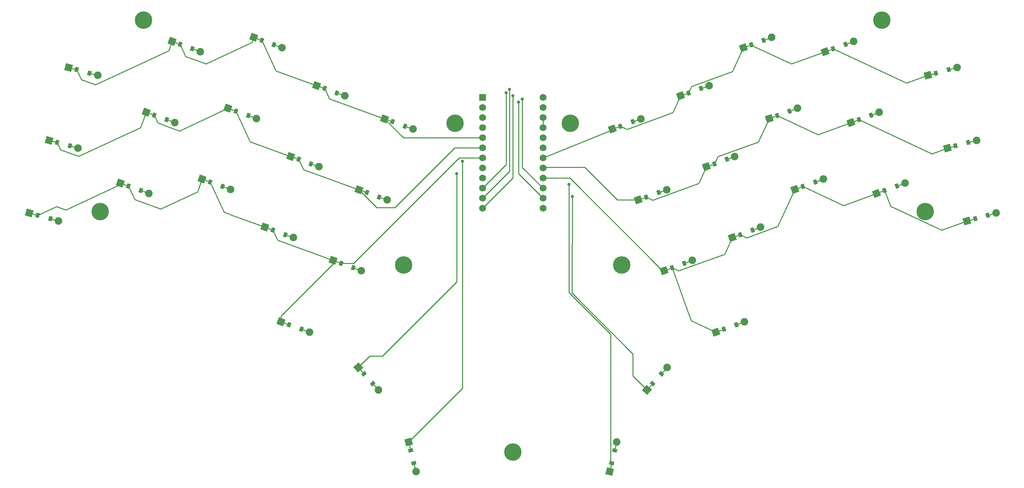
<source format=gbr>
%TF.GenerationSoftware,KiCad,Pcbnew,(6.0.10)*%
%TF.CreationDate,2024-09-29T17:33:22+02:00*%
%TF.ProjectId,blavinge,626c6176-696e-4676-952e-6b696361645f,v1.0.0*%
%TF.SameCoordinates,Original*%
%TF.FileFunction,Copper,L1,Top*%
%TF.FilePolarity,Positive*%
%FSLAX46Y46*%
G04 Gerber Fmt 4.6, Leading zero omitted, Abs format (unit mm)*
G04 Created by KiCad (PCBNEW (6.0.10)) date 2024-09-29 17:33:22*
%MOMM*%
%LPD*%
G01*
G04 APERTURE LIST*
G04 Aperture macros list*
%AMRotRect*
0 Rectangle, with rotation*
0 The origin of the aperture is its center*
0 $1 length*
0 $2 width*
0 $3 Rotation angle, in degrees counterclockwise*
0 Add horizontal line*
21,1,$1,$2,0,0,$3*%
G04 Aperture macros list end*
%TA.AperFunction,SMDPad,CuDef*%
%ADD10RotRect,0.900000X1.200000X345.000000*%
%TD*%
%TA.AperFunction,ComponentPad*%
%ADD11RotRect,1.778000X1.778000X345.000000*%
%TD*%
%TA.AperFunction,ComponentPad*%
%ADD12C,1.905000*%
%TD*%
%TA.AperFunction,SMDPad,CuDef*%
%ADD13RotRect,0.900000X1.200000X340.000000*%
%TD*%
%TA.AperFunction,ComponentPad*%
%ADD14RotRect,1.778000X1.778000X340.000000*%
%TD*%
%TA.AperFunction,SMDPad,CuDef*%
%ADD15RotRect,0.900000X1.200000X312.000000*%
%TD*%
%TA.AperFunction,ComponentPad*%
%ADD16RotRect,1.778000X1.778000X312.000000*%
%TD*%
%TA.AperFunction,SMDPad,CuDef*%
%ADD17RotRect,0.900000X1.200000X284.000000*%
%TD*%
%TA.AperFunction,ComponentPad*%
%ADD18RotRect,1.778000X1.778000X284.000000*%
%TD*%
%TA.AperFunction,SMDPad,CuDef*%
%ADD19RotRect,0.900000X1.200000X15.000000*%
%TD*%
%TA.AperFunction,ComponentPad*%
%ADD20RotRect,1.778000X1.778000X15.000000*%
%TD*%
%TA.AperFunction,SMDPad,CuDef*%
%ADD21RotRect,0.900000X1.200000X20.000000*%
%TD*%
%TA.AperFunction,ComponentPad*%
%ADD22RotRect,1.778000X1.778000X20.000000*%
%TD*%
%TA.AperFunction,SMDPad,CuDef*%
%ADD23RotRect,0.900000X1.200000X48.000000*%
%TD*%
%TA.AperFunction,ComponentPad*%
%ADD24RotRect,1.778000X1.778000X48.000000*%
%TD*%
%TA.AperFunction,SMDPad,CuDef*%
%ADD25RotRect,0.900000X1.200000X76.000000*%
%TD*%
%TA.AperFunction,ComponentPad*%
%ADD26RotRect,1.778000X1.778000X76.000000*%
%TD*%
%TA.AperFunction,ComponentPad*%
%ADD27R,1.752600X1.752600*%
%TD*%
%TA.AperFunction,ComponentPad*%
%ADD28C,1.752600*%
%TD*%
%TA.AperFunction,ComponentPad*%
%ADD29C,0.700000*%
%TD*%
%TA.AperFunction,ComponentPad*%
%ADD30C,4.400000*%
%TD*%
%TA.AperFunction,ViaPad*%
%ADD31C,0.800000*%
%TD*%
%TA.AperFunction,Conductor*%
%ADD32C,0.250000*%
%TD*%
G04 APERTURE END LIST*
D10*
%TO.P,D1,1*%
%TO.N,P19*%
X45853378Y-138499937D03*
%TO.P,D1,2*%
%TO.N,pinky_bottom*%
X49040934Y-139354039D03*
D11*
%TO.P,D1,1*%
%TO.N,P19*%
X43766979Y-137940887D03*
D12*
%TO.P,D1,2*%
%TO.N,pinky_bottom*%
X51127333Y-139913089D03*
%TD*%
D10*
%TO.P,D2,1*%
%TO.N,P20*%
X50770946Y-120147351D03*
%TO.P,D2,2*%
%TO.N,pinky_home*%
X53958502Y-121001453D03*
D11*
%TO.P,D2,1*%
%TO.N,P20*%
X48684547Y-119588301D03*
D12*
%TO.P,D2,2*%
%TO.N,pinky_home*%
X56044901Y-121560503D03*
%TD*%
D10*
%TO.P,D3,1*%
%TO.N,P21*%
X55688503Y-101794764D03*
%TO.P,D3,2*%
%TO.N,pinky_top*%
X58876059Y-102648866D03*
D11*
%TO.P,D3,1*%
%TO.N,P21*%
X53602104Y-101235714D03*
D12*
%TO.P,D3,2*%
%TO.N,pinky_top*%
X60962458Y-103207916D03*
%TD*%
D13*
%TO.P,D4,1*%
%TO.N,P19*%
X68722747Y-131122925D03*
%TO.P,D4,2*%
%TO.N,ring_bottom*%
X71823733Y-132251591D03*
D14*
%TO.P,D4,1*%
%TO.N,P19*%
X66693011Y-130384161D03*
D12*
%TO.P,D4,2*%
%TO.N,ring_bottom*%
X73853469Y-132990355D03*
%TD*%
D13*
%TO.P,D5,1*%
%TO.N,P20*%
X75221124Y-113268772D03*
%TO.P,D5,2*%
%TO.N,ring_home*%
X78322110Y-114397438D03*
D14*
%TO.P,D5,1*%
%TO.N,P20*%
X73191388Y-112530008D03*
D12*
%TO.P,D5,2*%
%TO.N,ring_home*%
X80351846Y-115136202D03*
%TD*%
D13*
%TO.P,D6,1*%
%TO.N,P21*%
X81719513Y-95414607D03*
%TO.P,D6,2*%
%TO.N,ring_top*%
X84820499Y-96543273D03*
D14*
%TO.P,D6,1*%
%TO.N,P21*%
X79689777Y-94675843D03*
D12*
%TO.P,D6,2*%
%TO.N,ring_top*%
X86850235Y-97282037D03*
%TD*%
D13*
%TO.P,D7,1*%
%TO.N,P19*%
X89313061Y-130103773D03*
%TO.P,D7,2*%
%TO.N,middle_bottom*%
X92414047Y-131232439D03*
D14*
%TO.P,D7,1*%
%TO.N,P19*%
X87283325Y-129365009D03*
D12*
%TO.P,D7,2*%
%TO.N,middle_bottom*%
X94443783Y-131971203D03*
%TD*%
D13*
%TO.P,D8,1*%
%TO.N,P20*%
X95811445Y-112249603D03*
%TO.P,D8,2*%
%TO.N,middle_home*%
X98912431Y-113378269D03*
D14*
%TO.P,D8,1*%
%TO.N,P20*%
X93781709Y-111510839D03*
D12*
%TO.P,D8,2*%
%TO.N,middle_home*%
X100942167Y-114117033D03*
%TD*%
D13*
%TO.P,D9,1*%
%TO.N,P21*%
X102309831Y-94395458D03*
%TO.P,D9,2*%
%TO.N,middle_top*%
X105410817Y-95524124D03*
D14*
%TO.P,D9,1*%
%TO.N,P21*%
X100280095Y-93656694D03*
D12*
%TO.P,D9,2*%
%TO.N,middle_top*%
X107440553Y-96262888D03*
%TD*%
D13*
%TO.P,D10,1*%
%TO.N,P19*%
X105115091Y-142240316D03*
%TO.P,D10,2*%
%TO.N,index_bottom*%
X108216077Y-143368982D03*
D14*
%TO.P,D10,1*%
%TO.N,P19*%
X103085355Y-141501552D03*
D12*
%TO.P,D10,2*%
%TO.N,index_bottom*%
X110245813Y-144107746D03*
%TD*%
D13*
%TO.P,D11,1*%
%TO.N,P20*%
X111613480Y-124386152D03*
%TO.P,D11,2*%
%TO.N,index_home*%
X114714466Y-125514818D03*
D14*
%TO.P,D11,1*%
%TO.N,P20*%
X109583744Y-123647388D03*
D12*
%TO.P,D11,2*%
%TO.N,index_home*%
X116744202Y-126253582D03*
%TD*%
D13*
%TO.P,D12,1*%
%TO.N,P21*%
X118111863Y-106531992D03*
%TO.P,D12,2*%
%TO.N,index_top*%
X121212849Y-107660658D03*
D14*
%TO.P,D12,1*%
%TO.N,P21*%
X116082127Y-105793228D03*
D12*
%TO.P,D12,2*%
%TO.N,index_top*%
X123242585Y-108399422D03*
%TD*%
D13*
%TO.P,D13,1*%
%TO.N,P19*%
X122285213Y-150618096D03*
%TO.P,D13,2*%
%TO.N,inner_bottom*%
X125386199Y-151746762D03*
D14*
%TO.P,D13,1*%
%TO.N,P19*%
X120255477Y-149879332D03*
D12*
%TO.P,D13,2*%
%TO.N,inner_bottom*%
X127415935Y-152485526D03*
%TD*%
D13*
%TO.P,D14,1*%
%TO.N,P20*%
X128783610Y-132763925D03*
%TO.P,D14,2*%
%TO.N,inner_home*%
X131884596Y-133892591D03*
D14*
%TO.P,D14,1*%
%TO.N,P20*%
X126753874Y-132025161D03*
D12*
%TO.P,D14,2*%
%TO.N,inner_home*%
X133914332Y-134631355D03*
%TD*%
D13*
%TO.P,D15,1*%
%TO.N,P21*%
X135281974Y-114909767D03*
%TO.P,D15,2*%
%TO.N,inner_top*%
X138382960Y-116038433D03*
D14*
%TO.P,D15,1*%
%TO.N,P21*%
X133252238Y-114171003D03*
D12*
%TO.P,D15,2*%
%TO.N,inner_top*%
X140412696Y-116777197D03*
%TD*%
D13*
%TO.P,D16,1*%
%TO.N,P19*%
X109208987Y-166078118D03*
%TO.P,D16,2*%
%TO.N,near_thumb*%
X112309973Y-167206784D03*
D14*
%TO.P,D16,1*%
%TO.N,P19*%
X107179251Y-165339354D03*
D12*
%TO.P,D16,2*%
%TO.N,near_thumb*%
X114339709Y-167945548D03*
%TD*%
D15*
%TO.P,D17,1*%
%TO.N,P20*%
X128049287Y-178479649D03*
%TO.P,D17,2*%
%TO.N,home_thumb*%
X130257419Y-180932027D03*
D16*
%TO.P,D17,1*%
%TO.N,P20*%
X126603965Y-176874456D03*
D12*
%TO.P,D17,2*%
%TO.N,home_thumb*%
X131702741Y-182537220D03*
%TD*%
D17*
%TO.P,D18,1*%
%TO.N,P21*%
X139823316Y-197763433D03*
%TO.P,D18,2*%
%TO.N,far_thumb*%
X140621658Y-200965409D03*
D18*
%TO.P,D18,1*%
%TO.N,P21*%
X139300765Y-195667594D03*
D12*
%TO.P,D18,2*%
%TO.N,far_thumb*%
X141144209Y-203061248D03*
%TD*%
D19*
%TO.P,D19,1*%
%TO.N,P6*%
X282029685Y-139354037D03*
%TO.P,D19,2*%
%TO.N,mirror_pinky_bottom*%
X285217241Y-138499935D03*
D20*
%TO.P,D19,1*%
%TO.N,P6*%
X279943286Y-139913087D03*
D12*
%TO.P,D19,2*%
%TO.N,mirror_pinky_bottom*%
X287303640Y-137940885D03*
%TD*%
D19*
%TO.P,D20,1*%
%TO.N,P5*%
X277112123Y-121001455D03*
%TO.P,D20,2*%
%TO.N,mirror_pinky_home*%
X280299679Y-120147353D03*
D20*
%TO.P,D20,1*%
%TO.N,P5*%
X275025724Y-121560505D03*
D12*
%TO.P,D20,2*%
%TO.N,mirror_pinky_home*%
X282386078Y-119588303D03*
%TD*%
D19*
%TO.P,D21,1*%
%TO.N,P4*%
X272194540Y-102648867D03*
%TO.P,D21,2*%
%TO.N,mirror_pinky_top*%
X275382096Y-101794765D03*
D20*
%TO.P,D21,1*%
%TO.N,P4*%
X270108141Y-103207917D03*
D12*
%TO.P,D21,2*%
%TO.N,mirror_pinky_top*%
X277468495Y-101235715D03*
%TD*%
D21*
%TO.P,D22,1*%
%TO.N,P6*%
X259246886Y-132251617D03*
%TO.P,D22,2*%
%TO.N,mirror_ring_bottom*%
X262347872Y-131122951D03*
D22*
%TO.P,D22,1*%
%TO.N,P6*%
X257217150Y-132990381D03*
D12*
%TO.P,D22,2*%
%TO.N,mirror_ring_bottom*%
X264377608Y-130384187D03*
%TD*%
D21*
%TO.P,D23,1*%
%TO.N,P5*%
X252748506Y-114397441D03*
%TO.P,D23,2*%
%TO.N,mirror_ring_home*%
X255849492Y-113268775D03*
D22*
%TO.P,D23,1*%
%TO.N,P5*%
X250718770Y-115136205D03*
D12*
%TO.P,D23,2*%
%TO.N,mirror_ring_home*%
X257879228Y-112530011D03*
%TD*%
D21*
%TO.P,D24,1*%
%TO.N,P4*%
X246250118Y-96543290D03*
%TO.P,D24,2*%
%TO.N,mirror_ring_top*%
X249351104Y-95414624D03*
D22*
%TO.P,D24,1*%
%TO.N,P4*%
X244220382Y-97282054D03*
D12*
%TO.P,D24,2*%
%TO.N,mirror_ring_top*%
X251380840Y-94675860D03*
%TD*%
D21*
%TO.P,D25,1*%
%TO.N,P6*%
X238656555Y-131232452D03*
%TO.P,D25,2*%
%TO.N,mirror_middle_bottom*%
X241757541Y-130103786D03*
D22*
%TO.P,D25,1*%
%TO.N,P6*%
X236626819Y-131971216D03*
D12*
%TO.P,D25,2*%
%TO.N,mirror_middle_bottom*%
X243787277Y-129365022D03*
%TD*%
D21*
%TO.P,D26,1*%
%TO.N,P5*%
X232158174Y-113378280D03*
%TO.P,D26,2*%
%TO.N,mirror_middle_home*%
X235259160Y-112249614D03*
D22*
%TO.P,D26,1*%
%TO.N,P5*%
X230128438Y-114117044D03*
D12*
%TO.P,D26,2*%
%TO.N,mirror_middle_home*%
X237288896Y-111510850D03*
%TD*%
D21*
%TO.P,D27,1*%
%TO.N,P4*%
X225659811Y-95524126D03*
%TO.P,D27,2*%
%TO.N,mirror_middle_top*%
X228760797Y-94395460D03*
D22*
%TO.P,D27,1*%
%TO.N,P4*%
X223630075Y-96262890D03*
D12*
%TO.P,D27,2*%
%TO.N,mirror_middle_top*%
X230790533Y-93656696D03*
%TD*%
D21*
%TO.P,D28,1*%
%TO.N,P6*%
X222854528Y-143368983D03*
%TO.P,D28,2*%
%TO.N,mirror_index_bottom*%
X225955514Y-142240317D03*
D22*
%TO.P,D28,1*%
%TO.N,P6*%
X220824792Y-144107747D03*
D12*
%TO.P,D28,2*%
%TO.N,mirror_index_bottom*%
X227985250Y-141501553D03*
%TD*%
D21*
%TO.P,D29,1*%
%TO.N,P5*%
X216356140Y-125514827D03*
%TO.P,D29,2*%
%TO.N,mirror_index_home*%
X219457126Y-124386161D03*
D22*
%TO.P,D29,1*%
%TO.N,P5*%
X214326404Y-126253591D03*
D12*
%TO.P,D29,2*%
%TO.N,mirror_index_home*%
X221486862Y-123647397D03*
%TD*%
D21*
%TO.P,D30,1*%
%TO.N,P4*%
X209857771Y-107660658D03*
%TO.P,D30,2*%
%TO.N,mirror_index_top*%
X212958757Y-106531992D03*
D22*
%TO.P,D30,1*%
%TO.N,P4*%
X207828035Y-108399422D03*
D12*
%TO.P,D30,2*%
%TO.N,mirror_index_top*%
X214988493Y-105793228D03*
%TD*%
D21*
%TO.P,D31,1*%
%TO.N,P6*%
X205684415Y-151746738D03*
%TO.P,D31,2*%
%TO.N,mirror_inner_bottom*%
X208785401Y-150618072D03*
D22*
%TO.P,D31,1*%
%TO.N,P6*%
X203654679Y-152485502D03*
D12*
%TO.P,D31,2*%
%TO.N,mirror_inner_bottom*%
X210815137Y-149879308D03*
%TD*%
D21*
%TO.P,D32,1*%
%TO.N,P5*%
X199186020Y-133892598D03*
%TO.P,D32,2*%
%TO.N,mirror_inner_home*%
X202287006Y-132763932D03*
D22*
%TO.P,D32,1*%
%TO.N,P5*%
X197156284Y-134631362D03*
D12*
%TO.P,D32,2*%
%TO.N,mirror_inner_home*%
X204316742Y-132025168D03*
%TD*%
D21*
%TO.P,D33,1*%
%TO.N,P4*%
X192687639Y-116038433D03*
%TO.P,D33,2*%
%TO.N,mirror_inner_top*%
X195788625Y-114909767D03*
D22*
%TO.P,D33,1*%
%TO.N,P4*%
X190657903Y-116777197D03*
D12*
%TO.P,D33,2*%
%TO.N,mirror_inner_top*%
X197818361Y-114171003D03*
%TD*%
D21*
%TO.P,D34,1*%
%TO.N,P6*%
X218760652Y-167206777D03*
%TO.P,D34,2*%
%TO.N,mirror_near_thumb*%
X221861638Y-166078111D03*
D22*
%TO.P,D34,1*%
%TO.N,P6*%
X216730916Y-167945541D03*
D12*
%TO.P,D34,2*%
%TO.N,mirror_near_thumb*%
X223891374Y-165339347D03*
%TD*%
D23*
%TO.P,D35,1*%
%TO.N,P5*%
X200813204Y-180932018D03*
%TO.P,D35,2*%
%TO.N,mirror_home_thumb*%
X203021336Y-178479640D03*
D24*
%TO.P,D35,1*%
%TO.N,P5*%
X199367882Y-182537211D03*
D12*
%TO.P,D35,2*%
%TO.N,mirror_home_thumb*%
X204466658Y-176874447D03*
%TD*%
D25*
%TO.P,D36,1*%
%TO.N,P4*%
X190448961Y-200965415D03*
%TO.P,D36,2*%
%TO.N,mirror_far_thumb*%
X191247303Y-197763439D03*
D26*
%TO.P,D36,1*%
%TO.N,P4*%
X189926410Y-203061254D03*
D12*
%TO.P,D36,2*%
%TO.N,mirror_far_thumb*%
X191769854Y-195667600D03*
%TD*%
D27*
%TO.P,MCU1,1*%
%TO.N,RAW*%
X157915311Y-108805644D03*
D28*
%TO.P,MCU1,2*%
%TO.N,GND*%
X157915311Y-111345644D03*
%TO.P,MCU1,3*%
%TO.N,RST*%
X157915311Y-113885644D03*
%TO.P,MCU1,4*%
%TO.N,VCC*%
X157915311Y-116425644D03*
%TO.P,MCU1,5*%
%TO.N,P21*%
X157915311Y-118965644D03*
%TO.P,MCU1,6*%
%TO.N,P20*%
X157915311Y-121505644D03*
%TO.P,MCU1,7*%
%TO.N,P19*%
X157915311Y-124045644D03*
%TO.P,MCU1,8*%
%TO.N,P18*%
X157915311Y-126585644D03*
%TO.P,MCU1,9*%
%TO.N,P15*%
X157915311Y-129125644D03*
%TO.P,MCU1,10*%
%TO.N,P14*%
X157915311Y-131665644D03*
%TO.P,MCU1,11*%
%TO.N,P16*%
X157915311Y-134205644D03*
%TO.P,MCU1,12*%
%TO.N,P10*%
X157915311Y-136745644D03*
%TO.P,MCU1,13*%
%TO.N,P1*%
X173155311Y-108805644D03*
%TO.P,MCU1,14*%
%TO.N,P0*%
X173155311Y-111345644D03*
%TO.P,MCU1,15*%
%TO.N,GND*%
X173155311Y-113885644D03*
%TO.P,MCU1,16*%
X173155311Y-116425644D03*
%TO.P,MCU1,17*%
%TO.N,P2*%
X173155311Y-118965644D03*
%TO.P,MCU1,18*%
%TO.N,P3*%
X173155311Y-121505644D03*
%TO.P,MCU1,19*%
%TO.N,P4*%
X173155311Y-124045644D03*
%TO.P,MCU1,20*%
%TO.N,P5*%
X173155311Y-126585644D03*
%TO.P,MCU1,21*%
%TO.N,P6*%
X173155311Y-129125644D03*
%TO.P,MCU1,22*%
%TO.N,P7*%
X173155311Y-131665644D03*
%TO.P,MCU1,23*%
%TO.N,P8*%
X173155311Y-134205644D03*
%TO.P,MCU1,24*%
%TO.N,P9*%
X173155311Y-136745644D03*
%TD*%
D29*
%TO.P,_1,1*%
%TO.N,N/C*%
X73363461Y-90760097D03*
D30*
X72538461Y-89331155D03*
D29*
X72111410Y-90924933D03*
X73967403Y-88506155D03*
X70944683Y-88904104D03*
X71713461Y-87902213D03*
X71109519Y-90156155D03*
X74132239Y-89758206D03*
X72965512Y-87737377D03*
%TD*%
%TO.P,_2,1*%
%TO.N,N/C*%
X259961085Y-90156161D03*
D30*
X258532143Y-89331161D03*
D29*
X258959194Y-90924939D03*
X259357143Y-87902219D03*
X256938365Y-89758212D03*
X257103201Y-88506161D03*
X257707143Y-90760103D03*
X260125921Y-88904110D03*
X258105092Y-87737383D03*
%TD*%
%TO.P,_3,1*%
%TO.N,N/C*%
X62413071Y-138968616D03*
D30*
X61588071Y-137539674D03*
D29*
X61161020Y-139133452D03*
X63017013Y-136714674D03*
X59994293Y-137112623D03*
X60763071Y-136110732D03*
X60159129Y-138364674D03*
X63181849Y-137966725D03*
X62015122Y-135945896D03*
%TD*%
%TO.P,_4,1*%
%TO.N,N/C*%
X270911492Y-138364657D03*
D30*
X269482550Y-137539657D03*
D29*
X269909601Y-139133435D03*
X270307550Y-136110715D03*
X267888772Y-137966708D03*
X268053608Y-136714657D03*
X268657550Y-138968599D03*
X271076328Y-137112606D03*
X269055499Y-135945879D03*
%TD*%
%TO.P,_5,1*%
%TO.N,N/C*%
X151737802Y-116819905D03*
D30*
X151040482Y-115324497D03*
D29*
X150476149Y-116874990D03*
X152535890Y-114627177D03*
X149489989Y-114760164D03*
X150343162Y-113829089D03*
X149545074Y-116021817D03*
X152590975Y-115888830D03*
X151604815Y-113774004D03*
%TD*%
%TO.P,_6,1*%
%TO.N,N/C*%
X181525540Y-116021810D03*
D30*
X180030132Y-115324490D03*
D29*
X180594465Y-116874983D03*
X180727452Y-113829082D03*
X178479639Y-115888823D03*
X178534724Y-114627170D03*
X179332812Y-116819898D03*
X181580625Y-114760157D03*
X179465799Y-113773997D03*
%TD*%
%TO.P,_7,1*%
%TO.N,N/C*%
X138741052Y-152528246D03*
D30*
X138043732Y-151032838D03*
D29*
X137479399Y-152583331D03*
X139539140Y-150335518D03*
X136493239Y-150468505D03*
X137346412Y-149537430D03*
X136548324Y-151730158D03*
X139594225Y-151597171D03*
X138608065Y-149482345D03*
%TD*%
%TO.P,_8,1*%
%TO.N,N/C*%
X194522296Y-151730138D03*
D30*
X193026888Y-151032818D03*
D29*
X193591221Y-152583311D03*
X193724208Y-149537410D03*
X191476395Y-151597151D03*
X191531480Y-150335498D03*
X192329568Y-152528226D03*
X194577381Y-150468485D03*
X192462555Y-149482325D03*
%TD*%
%TO.P,_9,1*%
%TO.N,N/C*%
X166702034Y-199321539D03*
D30*
X165535308Y-198154813D03*
D29*
X165535308Y-199804813D03*
X166702034Y-196988087D03*
X163885308Y-198154813D03*
X164368582Y-196988087D03*
X164368582Y-199321539D03*
X167185308Y-198154813D03*
X165535308Y-196504813D03*
%TD*%
D31*
%TO.N,P20*%
X151400000Y-128000000D03*
%TO.N,P21*%
X152900000Y-124900000D03*
%TO.N,P4*%
X179700000Y-130734869D03*
%TO.N,P5*%
X180553830Y-133726915D03*
%TO.N,P16*%
X164751395Y-106772762D03*
%TO.N,P14*%
X163851405Y-107572761D03*
%TO.N,P10*%
X165551403Y-108372760D03*
%TO.N,P7*%
X167951396Y-109172749D03*
%TO.N,P8*%
X166985573Y-110006936D03*
%TD*%
D32*
%TO.N,P19*%
X120255477Y-150807978D02*
X120255477Y-149879332D01*
X107179251Y-165339354D02*
X107179251Y-163884204D01*
X107179251Y-163884204D02*
X120255477Y-150807978D01*
%TO.N,P21*%
X152900000Y-124900000D02*
X152900000Y-182068359D01*
X152900000Y-182068359D02*
X139300765Y-195667594D01*
%TO.N,P20*%
X151400000Y-155288132D02*
X151400000Y-128000000D01*
X132696848Y-173991284D02*
X151400000Y-155288132D01*
X129487137Y-173991284D02*
X132696848Y-173991284D01*
X126603965Y-176874456D02*
X129487137Y-173991284D01*
%TO.N,P4*%
X190231261Y-168466752D02*
X190231261Y-200747715D01*
X179700000Y-157935491D02*
X190231261Y-168466752D01*
X190231261Y-200747715D02*
X190448961Y-200965415D01*
X179700000Y-130734869D02*
X179700000Y-157935491D01*
%TO.N,P6*%
X179074352Y-129125644D02*
X173155311Y-129125644D01*
X179074354Y-129125646D02*
X179074352Y-129125644D01*
X179074354Y-129125646D02*
X179921694Y-129125646D01*
X173155312Y-129125647D02*
X179074354Y-129125646D01*
%TO.N,P5*%
X180500000Y-158099095D02*
X180553830Y-133726915D01*
X195832653Y-173431748D02*
X180500000Y-158099095D01*
X195832653Y-179001982D02*
X195832653Y-173431748D01*
X199367882Y-182537211D02*
X195832653Y-179001982D01*
%TO.N,P6*%
X209635328Y-162594726D02*
X210530522Y-165054251D01*
X210530522Y-165054251D02*
X216730917Y-167945542D01*
X209632236Y-162593281D02*
X209635328Y-162594726D01*
X205684414Y-151746739D02*
X209632236Y-162593281D01*
%TO.N,P19*%
X151987754Y-124045632D02*
X157915315Y-124045631D01*
X125415290Y-150618094D02*
X151987754Y-124045632D01*
X122285220Y-150618090D02*
X122285208Y-150618094D01*
X122285208Y-150618094D02*
X125415290Y-150618094D01*
X120255491Y-149879331D02*
X122285220Y-150618090D01*
%TO.N,P20*%
X150927758Y-121505627D02*
X157915307Y-121505627D01*
X131301463Y-136572762D02*
X135860629Y-136572761D01*
X126753866Y-132025168D02*
X131301463Y-136572762D01*
X135860629Y-136572761D02*
X150927758Y-121505627D01*
%TO.N,P6*%
X203281549Y-152485496D02*
X203654677Y-152485502D01*
X179921694Y-129125646D02*
X203281549Y-152485496D01*
%TO.N,P5*%
X191908510Y-134631362D02*
X197156283Y-134631360D01*
X183705268Y-126428118D02*
X191908510Y-134631362D01*
X173312843Y-126428119D02*
X183705268Y-126428118D01*
X173155311Y-126585645D02*
X173312843Y-126428119D01*
%TO.N,P4*%
X190557004Y-117014912D02*
X190657902Y-116777198D01*
X173155309Y-124045650D02*
X190557004Y-117014912D01*
%TO.N,P5*%
X212367534Y-130454407D02*
X214326406Y-126253594D01*
X200823407Y-134656127D02*
X212367534Y-130454407D01*
X199186013Y-133892603D02*
X200823407Y-134656127D01*
%TO.N,P6*%
X218865923Y-148308548D02*
X220824795Y-144107745D01*
X207321805Y-152510263D02*
X218865923Y-148308548D01*
X205684416Y-151746736D02*
X207321805Y-152510263D01*
%TO.N,P5*%
X227377334Y-120016793D02*
X230128437Y-114117038D01*
X217191090Y-123724289D02*
X227377334Y-120016793D01*
X216356142Y-125514827D02*
X217191090Y-123724289D01*
%TO.N,P6*%
X224491911Y-144132512D02*
X232277262Y-141298874D01*
X232277262Y-141298874D02*
X236626820Y-131971215D01*
X222854526Y-143368986D02*
X224491911Y-144132512D01*
X248910272Y-136013838D02*
X257217153Y-132990381D01*
X238656556Y-131232453D02*
X248910272Y-136013838D01*
%TO.N,P5*%
X232158170Y-113378276D02*
X242411883Y-118159662D01*
X242411883Y-118159662D02*
X250718766Y-115136207D01*
%TO.N,P6*%
X273571297Y-142232302D02*
X279943285Y-139913085D01*
X259246890Y-132251614D02*
X260693998Y-136227521D01*
X260693998Y-136227521D02*
X273571297Y-142232302D01*
%TO.N,P5*%
X271141513Y-122974238D02*
X275025720Y-121560507D01*
X252748505Y-114397442D02*
X271141513Y-122974238D01*
%TO.N,P4*%
X264735790Y-105163298D02*
X270108141Y-103207919D01*
X246250121Y-96543292D02*
X264735790Y-105163298D01*
X225711115Y-95665079D02*
X235772560Y-100356814D01*
X235772560Y-100356814D02*
X244220390Y-97282055D01*
X225659809Y-95524129D02*
X225711115Y-95665079D01*
X220819216Y-102290794D02*
X223630074Y-96262889D01*
X210632936Y-105998296D02*
X220819216Y-102290794D01*
X209857764Y-107660659D02*
X210632936Y-105998296D01*
X205869158Y-112600243D02*
X207828030Y-108399422D01*
X194325022Y-116801960D02*
X205869158Y-112600243D01*
X192687639Y-116038436D02*
X194325022Y-116801960D01*
%TO.N,P21*%
X56848706Y-104282811D02*
X55688507Y-101794762D01*
X60437236Y-105588931D02*
X56848706Y-104282811D01*
X78841319Y-97006971D02*
X60437236Y-105588931D01*
X79689783Y-94675849D02*
X78841319Y-97006971D01*
X83117891Y-98413438D02*
X81719518Y-95414614D01*
X99842056Y-94860184D02*
X88231059Y-100274479D01*
X88231059Y-100274479D02*
X83117891Y-98413438D01*
X100280087Y-93656699D02*
X99842056Y-94860184D01*
X105895860Y-102085731D02*
X102309830Y-94395463D01*
X116082126Y-105793225D02*
X105895860Y-102085731D01*
X119307209Y-109095419D02*
X118111861Y-106531990D01*
X133252245Y-114171001D02*
X119307209Y-109095419D01*
%TO.N,P20*%
X56211391Y-123631724D02*
X51615759Y-121959050D01*
X71795699Y-116364640D02*
X56211391Y-123631724D01*
X73191392Y-112530006D02*
X71795699Y-116364640D01*
X51615759Y-121959050D02*
X50770947Y-120147354D01*
X75259960Y-113282913D02*
X75221127Y-113268774D01*
X76180199Y-115256360D02*
X75259960Y-113282913D01*
X81554547Y-117212464D02*
X76180199Y-115256360D01*
X93781710Y-111510845D02*
X81554547Y-117212464D01*
X99397483Y-119939893D02*
X95811449Y-112249605D01*
X109583744Y-123647394D02*
X99397483Y-119939893D01*
X112808827Y-126949584D02*
X111613483Y-124386156D01*
X126753869Y-132025162D02*
X112808827Y-126949584D01*
%TO.N,P19*%
X50613924Y-136280066D02*
X45853385Y-138499936D01*
X66528585Y-130835910D02*
X52995021Y-137146710D01*
X66693003Y-130384167D02*
X66528585Y-130835910D01*
X52995021Y-137146710D02*
X50613924Y-136280066D01*
X70300423Y-134506269D02*
X68722740Y-131122927D01*
X76823133Y-136880337D02*
X70300423Y-134506269D01*
X86127053Y-132541858D02*
X76823133Y-136880337D01*
X87283334Y-129365018D02*
X86127053Y-132541858D01*
X92863056Y-137716764D02*
X89313068Y-130103778D01*
X94366564Y-138263992D02*
X92863056Y-137716764D01*
X94402608Y-138341288D02*
X94366564Y-138263992D01*
X103085357Y-141501552D02*
X94402608Y-138341288D01*
X106310444Y-144803747D02*
X105115093Y-142240319D01*
X120255480Y-149879329D02*
X106310444Y-144803747D01*
%TO.N,far_thumb*%
X140621662Y-200965399D02*
X141144213Y-203061246D01*
%TO.N,P21*%
X139300772Y-195667589D02*
X139823321Y-197763432D01*
%TO.N,home_thumb*%
X130257405Y-180932023D02*
X131702732Y-182537218D01*
%TO.N,P20*%
X126603956Y-176874457D02*
X128049279Y-178479641D01*
%TO.N,near_thumb*%
X112309975Y-167206780D02*
X114339712Y-167945532D01*
%TO.N,P19*%
X107179251Y-165339340D02*
X109208998Y-166078107D01*
%TO.N,mirror_far_thumb*%
X191247297Y-197763440D02*
X191769846Y-195667594D01*
%TO.N,P4*%
X189926413Y-203061248D02*
X190448953Y-200965411D01*
%TO.N,mirror_home_thumb*%
X203021325Y-178479645D02*
X204466657Y-176874442D01*
%TO.N,P5*%
X199367874Y-182537217D02*
X200813201Y-180932021D01*
%TO.N,P6*%
X218760642Y-167206779D02*
X216730908Y-167945549D01*
%TO.N,mirror_near_thumb*%
X221861624Y-166078101D02*
X223891363Y-165339342D01*
%TO.N,P6*%
X205684423Y-151746752D02*
X203654679Y-152485513D01*
%TO.N,mirror_inner_bottom*%
X208785393Y-150618085D02*
X210815125Y-149879321D01*
%TO.N,P6*%
X222854510Y-143368989D02*
X220824793Y-144107742D01*
%TO.N,mirror_index_bottom*%
X225955511Y-142240317D02*
X227985251Y-141501555D01*
%TO.N,mirror_index_home*%
X219457133Y-124386163D02*
X221486866Y-123647397D01*
%TO.N,P5*%
X216356143Y-125514850D02*
X214326408Y-126253604D01*
X199186011Y-133892594D02*
X197156294Y-134631362D01*
%TO.N,mirror_inner_home*%
X202287001Y-132763924D02*
X204316744Y-132025159D01*
%TO.N,P4*%
X192687639Y-116038423D02*
X190657909Y-116777189D01*
%TO.N,mirror_inner_top*%
X195788626Y-114909760D02*
X197818364Y-114170993D01*
%TO.N,P4*%
X209857774Y-107660664D02*
X207828033Y-108399443D01*
%TO.N,mirror_index_top*%
X212958758Y-106531984D02*
X214988477Y-105793238D01*
%TO.N,mirror_ring_top*%
X249351102Y-95414623D02*
X251380837Y-94675855D01*
%TO.N,P4*%
X246250126Y-96543286D02*
X244220378Y-97282063D01*
X225659815Y-95524129D02*
X223630054Y-96262893D01*
%TO.N,mirror_middle_top*%
X228760790Y-94395463D02*
X230790521Y-93656695D01*
%TO.N,P5*%
X232158175Y-113378278D02*
X230128454Y-114117054D01*
%TO.N,mirror_middle_home*%
X235259156Y-112249615D02*
X237288912Y-111510849D01*
%TO.N,mirror_ring_home*%
X255849484Y-113268788D02*
X257879223Y-112530021D01*
%TO.N,P5*%
X252748510Y-114397448D02*
X250718760Y-115136217D01*
%TO.N,P6*%
X238656553Y-131232440D02*
X236626816Y-131971213D01*
%TO.N,mirror_middle_bottom*%
X241757534Y-130103773D02*
X243787282Y-129365021D01*
%TO.N,mirror_ring_bottom*%
X262347876Y-131122952D02*
X264377614Y-130384179D01*
%TO.N,P6*%
X257347436Y-132942968D02*
X259246883Y-132251617D01*
X257169735Y-132860112D02*
X257347436Y-132942968D01*
X257217159Y-132990380D02*
X257169735Y-132860112D01*
X282029682Y-139354050D02*
X279943281Y-139913092D01*
%TO.N,mirror_pinky_bottom*%
X285217235Y-138499948D02*
X287303640Y-137940898D01*
%TO.N,mirror_pinky_home*%
X280299679Y-120147362D02*
X282386073Y-119588310D01*
%TO.N,P5*%
X277112125Y-121001468D02*
X275025700Y-121560506D01*
%TO.N,mirror_pinky_top*%
X275382109Y-101794764D02*
X277468493Y-101235724D01*
%TO.N,P4*%
X270108122Y-103207918D02*
X272194549Y-102648883D01*
%TO.N,pinky_bottom*%
X49040935Y-139354046D02*
X51127339Y-139913099D01*
%TO.N,P19*%
X45853385Y-138499944D02*
X43766976Y-137940891D01*
%TO.N,pinky_home*%
X53958502Y-121001465D02*
X56044908Y-121560515D01*
%TO.N,P20*%
X48684547Y-119588294D02*
X50770967Y-120147366D01*
%TO.N,pinky_top*%
X58876063Y-102648871D02*
X60962461Y-103207912D01*
%TO.N,P21*%
X53757586Y-101394583D02*
X53896245Y-101314548D01*
X53896245Y-101314548D02*
X55688513Y-101794769D01*
X53677539Y-101255934D02*
X53757586Y-101394583D01*
X53602099Y-101235729D02*
X53677539Y-101255934D01*
%TO.N,ring_top*%
X84820495Y-96543282D02*
X86850228Y-97282050D01*
%TO.N,P21*%
X81719515Y-95414625D02*
X79689778Y-94675857D01*
%TO.N,ring_home*%
X78322116Y-114397441D02*
X80351854Y-115136199D01*
%TO.N,P20*%
X75221134Y-113268780D02*
X73191391Y-112530017D01*
%TO.N,P19*%
X68722725Y-131122938D02*
X66693010Y-130384177D01*
%TO.N,ring_bottom*%
X71823732Y-132251603D02*
X73853474Y-132990361D01*
%TO.N,P19*%
X89313062Y-130103781D02*
X87283335Y-129365016D01*
%TO.N,middle_bottom*%
X92414041Y-131232438D02*
X94443789Y-131971202D01*
%TO.N,middle_home*%
X98912441Y-113378287D02*
X100942182Y-114117049D01*
%TO.N,P20*%
X95811447Y-112249612D02*
X93781716Y-111510862D01*
%TO.N,P21*%
X102309833Y-94395469D02*
X100280087Y-93656708D01*
%TO.N,middle_top*%
X105410813Y-95524130D02*
X107440550Y-96262899D01*
%TO.N,inner_top*%
X140412705Y-116777212D02*
X138382976Y-116038429D01*
%TO.N,P21*%
X135281980Y-114909775D02*
X133252243Y-114171001D01*
X118111853Y-106531988D02*
X116082121Y-105793212D01*
%TO.N,index_top*%
X121212840Y-107660663D02*
X123242585Y-108399418D01*
%TO.N,P20*%
X111613491Y-124386158D02*
X109583755Y-123647389D01*
%TO.N,index_home*%
X116744211Y-126253603D02*
X114714470Y-125514813D01*
%TO.N,inner_home*%
X131884602Y-133892593D02*
X133914334Y-134631376D01*
%TO.N,P20*%
X128783606Y-132763932D02*
X126753871Y-132025162D01*
%TO.N,P19*%
X105115118Y-142240314D02*
X103085364Y-141501545D01*
%TO.N,index_bottom*%
X108216089Y-143368985D02*
X110245819Y-144107748D01*
%TO.N,inner_bottom*%
X125386198Y-151746754D02*
X127415939Y-152485525D01*
%TO.N,P21*%
X138046874Y-118965644D02*
X157915295Y-118965651D01*
X133252244Y-114170999D02*
X138046874Y-118965644D01*
%TO.N,GND*%
X173155303Y-116425643D02*
X173155299Y-113885641D01*
%TO.N,P8*%
X166985597Y-128035919D02*
X173155310Y-134205640D01*
X166985573Y-110006936D02*
X166985597Y-128035919D01*
%TO.N,P7*%
X167951398Y-126461732D02*
X173155309Y-131665643D01*
X167951396Y-109172749D02*
X167951398Y-126461732D01*
%TO.N,P14*%
X163851401Y-125729547D02*
X157915311Y-131665640D01*
X163851405Y-107572761D02*
X163851401Y-125729547D01*
%TO.N,P16*%
X164751389Y-127369552D02*
X157915305Y-134205647D01*
X164751395Y-106772762D02*
X164751389Y-127369552D01*
%TO.N,P10*%
X165551403Y-108372760D02*
X165551402Y-129109556D01*
X165551402Y-129109556D02*
X157915307Y-136745659D01*
%TD*%
M02*

</source>
